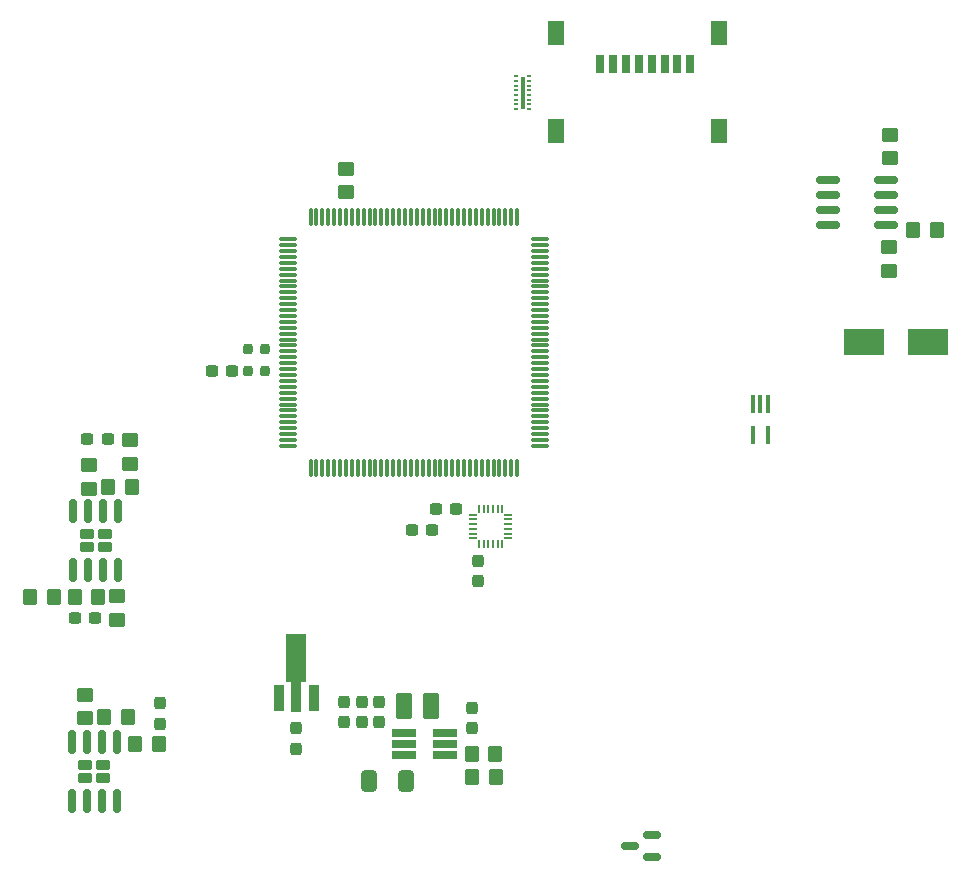
<source format=gtp>
G04 #@! TF.GenerationSoftware,KiCad,Pcbnew,(6.0.5)*
G04 #@! TF.CreationDate,2023-02-13T01:00:26-07:00*
G04 #@! TF.ProjectId,EVCU,45564355-2e6b-4696-9361-645f70636258,rev?*
G04 #@! TF.SameCoordinates,Original*
G04 #@! TF.FileFunction,Paste,Top*
G04 #@! TF.FilePolarity,Positive*
%FSLAX46Y46*%
G04 Gerber Fmt 4.6, Leading zero omitted, Abs format (unit mm)*
G04 Created by KiCad (PCBNEW (6.0.5)) date 2023-02-13 01:00:26*
%MOMM*%
%LPD*%
G01*
G04 APERTURE LIST*
G04 Aperture macros list*
%AMRoundRect*
0 Rectangle with rounded corners*
0 $1 Rounding radius*
0 $2 $3 $4 $5 $6 $7 $8 $9 X,Y pos of 4 corners*
0 Add a 4 corners polygon primitive as box body*
4,1,4,$2,$3,$4,$5,$6,$7,$8,$9,$2,$3,0*
0 Add four circle primitives for the rounded corners*
1,1,$1+$1,$2,$3*
1,1,$1+$1,$4,$5*
1,1,$1+$1,$6,$7*
1,1,$1+$1,$8,$9*
0 Add four rect primitives between the rounded corners*
20,1,$1+$1,$2,$3,$4,$5,0*
20,1,$1+$1,$4,$5,$6,$7,0*
20,1,$1+$1,$6,$7,$8,$9,0*
20,1,$1+$1,$8,$9,$2,$3,0*%
%AMFreePoly0*
4,1,14,0.266715,0.088284,0.363284,-0.008285,0.375000,-0.036569,0.375000,-0.060000,0.363284,-0.088284,0.335000,-0.100000,-0.335000,-0.100000,-0.363284,-0.088284,-0.375000,-0.060000,-0.375000,0.060000,-0.363284,0.088284,-0.335000,0.100000,0.238431,0.100000,0.266715,0.088284,0.266715,0.088284,$1*%
%AMFreePoly1*
4,1,14,0.363284,0.088284,0.375000,0.060000,0.375000,0.036569,0.363284,0.008285,0.266715,-0.088284,0.238431,-0.100000,-0.335000,-0.100000,-0.363284,-0.088284,-0.375000,-0.060000,-0.375000,0.060000,-0.363284,0.088284,-0.335000,0.100000,0.335000,0.100000,0.363284,0.088284,0.363284,0.088284,$1*%
%AMFreePoly2*
4,1,14,0.088284,0.363284,0.100000,0.335000,0.100000,-0.335000,0.088284,-0.363284,0.060000,-0.375000,-0.060000,-0.375000,-0.088284,-0.363284,-0.100000,-0.335000,-0.100000,0.238431,-0.088284,0.266715,0.008285,0.363284,0.036569,0.375000,0.060000,0.375000,0.088284,0.363284,0.088284,0.363284,$1*%
%AMFreePoly3*
4,1,14,-0.008285,0.363284,0.088284,0.266715,0.100000,0.238431,0.100000,-0.335000,0.088284,-0.363284,0.060000,-0.375000,-0.060000,-0.375000,-0.088284,-0.363284,-0.100000,-0.335000,-0.100000,0.335000,-0.088284,0.363284,-0.060000,0.375000,-0.036569,0.375000,-0.008285,0.363284,-0.008285,0.363284,$1*%
%AMFreePoly4*
4,1,14,0.363284,0.088284,0.375000,0.060000,0.375000,-0.060000,0.363284,-0.088284,0.335000,-0.100000,-0.238431,-0.100000,-0.266715,-0.088284,-0.363284,0.008285,-0.375000,0.036569,-0.375000,0.060000,-0.363284,0.088284,-0.335000,0.100000,0.335000,0.100000,0.363284,0.088284,0.363284,0.088284,$1*%
%AMFreePoly5*
4,1,14,0.363284,0.088284,0.375000,0.060000,0.375000,-0.060000,0.363284,-0.088284,0.335000,-0.100000,-0.335000,-0.100000,-0.363284,-0.088284,-0.375000,-0.060000,-0.375000,-0.036569,-0.363284,-0.008285,-0.266715,0.088284,-0.238431,0.100000,0.335000,0.100000,0.363284,0.088284,0.363284,0.088284,$1*%
%AMFreePoly6*
4,1,14,0.088284,0.363284,0.100000,0.335000,0.100000,-0.238431,0.088284,-0.266715,-0.008285,-0.363284,-0.036569,-0.375000,-0.060000,-0.375000,-0.088284,-0.363284,-0.100000,-0.335000,-0.100000,0.335000,-0.088284,0.363284,-0.060000,0.375000,0.060000,0.375000,0.088284,0.363284,0.088284,0.363284,$1*%
%AMFreePoly7*
4,1,14,0.088284,0.363284,0.100000,0.335000,0.100000,-0.335000,0.088284,-0.363284,0.060000,-0.375000,0.036569,-0.375000,0.008285,-0.363284,-0.088284,-0.266715,-0.100000,-0.238431,-0.100000,0.335000,-0.088284,0.363284,-0.060000,0.375000,0.060000,0.375000,0.088284,0.363284,0.088284,0.363284,$1*%
%AMFreePoly8*
4,1,9,5.362500,-0.866500,1.237500,-0.866500,1.237500,-0.450000,-1.237500,-0.450000,-1.237500,0.450000,1.237500,0.450000,1.237500,0.866500,5.362500,0.866500,5.362500,-0.866500,5.362500,-0.866500,$1*%
G04 Aperture macros list end*
%ADD10RoundRect,0.237500X0.300000X0.237500X-0.300000X0.237500X-0.300000X-0.237500X0.300000X-0.237500X0*%
%ADD11RoundRect,0.237500X0.237500X-0.300000X0.237500X0.300000X-0.237500X0.300000X-0.237500X-0.300000X0*%
%ADD12R,0.400000X1.500000*%
%ADD13FreePoly0,270.000000*%
%ADD14RoundRect,0.050000X-0.050000X0.325000X-0.050000X-0.325000X0.050000X-0.325000X0.050000X0.325000X0*%
%ADD15FreePoly1,270.000000*%
%ADD16FreePoly2,270.000000*%
%ADD17RoundRect,0.050000X-0.325000X0.050000X-0.325000X-0.050000X0.325000X-0.050000X0.325000X0.050000X0*%
%ADD18FreePoly3,270.000000*%
%ADD19FreePoly4,270.000000*%
%ADD20FreePoly5,270.000000*%
%ADD21FreePoly6,270.000000*%
%ADD22FreePoly7,270.000000*%
%ADD23RoundRect,0.250001X0.462499X0.849999X-0.462499X0.849999X-0.462499X-0.849999X0.462499X-0.849999X0*%
%ADD24RoundRect,0.237500X-0.237500X0.300000X-0.237500X-0.300000X0.237500X-0.300000X0.237500X0.300000X0*%
%ADD25R,0.900000X2.300000*%
%ADD26FreePoly8,90.000000*%
%ADD27RoundRect,0.250000X0.450000X-0.350000X0.450000X0.350000X-0.450000X0.350000X-0.450000X-0.350000X0*%
%ADD28RoundRect,0.250000X0.350000X0.450000X-0.350000X0.450000X-0.350000X-0.450000X0.350000X-0.450000X0*%
%ADD29RoundRect,0.250000X0.412500X0.650000X-0.412500X0.650000X-0.412500X-0.650000X0.412500X-0.650000X0*%
%ADD30R,2.000000X0.650000*%
%ADD31RoundRect,0.230000X-0.375000X0.230000X-0.375000X-0.230000X0.375000X-0.230000X0.375000X0.230000X0*%
%ADD32RoundRect,0.150000X-0.150000X0.825000X-0.150000X-0.825000X0.150000X-0.825000X0.150000X0.825000X0*%
%ADD33RoundRect,0.250000X-0.450000X0.350000X-0.450000X-0.350000X0.450000X-0.350000X0.450000X0.350000X0*%
%ADD34RoundRect,0.075000X-0.662500X-0.075000X0.662500X-0.075000X0.662500X0.075000X-0.662500X0.075000X0*%
%ADD35RoundRect,0.075000X-0.075000X-0.662500X0.075000X-0.662500X0.075000X0.662500X-0.075000X0.662500X0*%
%ADD36RoundRect,0.150000X0.587500X0.150000X-0.587500X0.150000X-0.587500X-0.150000X0.587500X-0.150000X0*%
%ADD37R,3.500000X2.300000*%
%ADD38RoundRect,0.150000X-0.825000X-0.150000X0.825000X-0.150000X0.825000X0.150000X-0.825000X0.150000X0*%
%ADD39R,0.800000X1.500000*%
%ADD40R,1.450000X2.000000*%
%ADD41RoundRect,0.200000X0.200000X0.250000X-0.200000X0.250000X-0.200000X-0.250000X0.200000X-0.250000X0*%
%ADD42RoundRect,0.250000X-0.350000X-0.450000X0.350000X-0.450000X0.350000X0.450000X-0.350000X0.450000X0*%
%ADD43R,0.450000X0.200000*%
%ADD44R,0.300000X2.800000*%
G04 APERTURE END LIST*
D10*
X31282300Y-67132200D03*
X29557300Y-67132200D03*
D11*
X62084000Y-91620500D03*
X62084000Y-89895500D03*
D12*
X87187800Y-64151200D03*
X86537800Y-64151200D03*
X85887800Y-64151200D03*
X85887800Y-66811200D03*
X87187800Y-66811200D03*
D13*
X64703200Y-73023600D03*
D14*
X64303200Y-73023600D03*
X63903200Y-73023600D03*
X63503200Y-73023600D03*
X63103200Y-73023600D03*
D15*
X62703200Y-73023600D03*
D16*
X62203200Y-73523600D03*
D17*
X62203200Y-73923600D03*
X62203200Y-74323600D03*
X62203200Y-74723600D03*
X62203200Y-75123600D03*
D18*
X62203200Y-75523600D03*
D19*
X62703200Y-76023600D03*
D14*
X63103200Y-76023600D03*
X63503200Y-76023600D03*
X63903200Y-76023600D03*
X64303200Y-76023600D03*
D20*
X64703200Y-76023600D03*
D21*
X65203200Y-75523600D03*
D17*
X65203200Y-75123600D03*
X65203200Y-74723600D03*
X65203200Y-74323600D03*
X65203200Y-73923600D03*
D22*
X65203200Y-73523600D03*
D23*
X58674500Y-89742000D03*
X56349500Y-89742000D03*
D24*
X62611000Y-77445700D03*
X62611000Y-79170700D03*
D25*
X45744000Y-89018000D03*
D26*
X47244000Y-88930500D03*
D25*
X48744000Y-89018000D03*
D24*
X47221808Y-91615556D03*
X47221808Y-93340556D03*
D27*
X29708600Y-71332600D03*
X29708600Y-69332600D03*
D28*
X33299400Y-71170800D03*
X31299400Y-71170800D03*
X64100000Y-93823256D03*
X62100000Y-93823256D03*
D29*
X56534500Y-96092000D03*
X53409500Y-96092000D03*
D28*
X30480000Y-80518000D03*
X28480000Y-80518000D03*
D27*
X97500400Y-43358700D03*
X97500400Y-41358700D03*
D30*
X56388000Y-92014000D03*
X56388000Y-92964000D03*
X56388000Y-93914000D03*
X59808000Y-93914000D03*
X59808000Y-92964000D03*
X59808000Y-92014000D03*
D31*
X31017400Y-76287400D03*
X29517400Y-75147400D03*
X29517400Y-76287400D03*
X31017400Y-75147400D03*
D32*
X32172400Y-73242400D03*
X30902400Y-73242400D03*
X29632400Y-73242400D03*
X28362400Y-73242400D03*
X28362400Y-78192400D03*
X29632400Y-78192400D03*
X30902400Y-78192400D03*
X32172400Y-78192400D03*
D33*
X97449600Y-50883700D03*
X97449600Y-52883700D03*
D31*
X29390400Y-95845400D03*
X29390400Y-94705400D03*
X30890400Y-94705400D03*
X30890400Y-95845400D03*
D32*
X32045400Y-92800400D03*
X30775400Y-92800400D03*
X29505400Y-92800400D03*
X28235400Y-92800400D03*
X28235400Y-97750400D03*
X29505400Y-97750400D03*
X30775400Y-97750400D03*
X32045400Y-97750400D03*
D34*
X46538300Y-50203400D03*
X46538300Y-50703400D03*
X46538300Y-51203400D03*
X46538300Y-51703400D03*
X46538300Y-52203400D03*
X46538300Y-52703400D03*
X46538300Y-53203400D03*
X46538300Y-53703400D03*
X46538300Y-54203400D03*
X46538300Y-54703400D03*
X46538300Y-55203400D03*
X46538300Y-55703400D03*
X46538300Y-56203400D03*
X46538300Y-56703400D03*
X46538300Y-57203400D03*
X46538300Y-57703400D03*
X46538300Y-58203400D03*
X46538300Y-58703400D03*
X46538300Y-59203400D03*
X46538300Y-59703400D03*
X46538300Y-60203400D03*
X46538300Y-60703400D03*
X46538300Y-61203400D03*
X46538300Y-61703400D03*
X46538300Y-62203400D03*
X46538300Y-62703400D03*
X46538300Y-63203400D03*
X46538300Y-63703400D03*
X46538300Y-64203400D03*
X46538300Y-64703400D03*
X46538300Y-65203400D03*
X46538300Y-65703400D03*
X46538300Y-66203400D03*
X46538300Y-66703400D03*
X46538300Y-67203400D03*
X46538300Y-67703400D03*
D35*
X48450800Y-69615900D03*
X48950800Y-69615900D03*
X49450800Y-69615900D03*
X49950800Y-69615900D03*
X50450800Y-69615900D03*
X50950800Y-69615900D03*
X51450800Y-69615900D03*
X51950800Y-69615900D03*
X52450800Y-69615900D03*
X52950800Y-69615900D03*
X53450800Y-69615900D03*
X53950800Y-69615900D03*
X54450800Y-69615900D03*
X54950800Y-69615900D03*
X55450800Y-69615900D03*
X55950800Y-69615900D03*
X56450800Y-69615900D03*
X56950800Y-69615900D03*
X57450800Y-69615900D03*
X57950800Y-69615900D03*
X58450800Y-69615900D03*
X58950800Y-69615900D03*
X59450800Y-69615900D03*
X59950800Y-69615900D03*
X60450800Y-69615900D03*
X60950800Y-69615900D03*
X61450800Y-69615900D03*
X61950800Y-69615900D03*
X62450800Y-69615900D03*
X62950800Y-69615900D03*
X63450800Y-69615900D03*
X63950800Y-69615900D03*
X64450800Y-69615900D03*
X64950800Y-69615900D03*
X65450800Y-69615900D03*
X65950800Y-69615900D03*
D34*
X67863300Y-67703400D03*
X67863300Y-67203400D03*
X67863300Y-66703400D03*
X67863300Y-66203400D03*
X67863300Y-65703400D03*
X67863300Y-65203400D03*
X67863300Y-64703400D03*
X67863300Y-64203400D03*
X67863300Y-63703400D03*
X67863300Y-63203400D03*
X67863300Y-62703400D03*
X67863300Y-62203400D03*
X67863300Y-61703400D03*
X67863300Y-61203400D03*
X67863300Y-60703400D03*
X67863300Y-60203400D03*
X67863300Y-59703400D03*
X67863300Y-59203400D03*
X67863300Y-58703400D03*
X67863300Y-58203400D03*
X67863300Y-57703400D03*
X67863300Y-57203400D03*
X67863300Y-56703400D03*
X67863300Y-56203400D03*
X67863300Y-55703400D03*
X67863300Y-55203400D03*
X67863300Y-54703400D03*
X67863300Y-54203400D03*
X67863300Y-53703400D03*
X67863300Y-53203400D03*
X67863300Y-52703400D03*
X67863300Y-52203400D03*
X67863300Y-51703400D03*
X67863300Y-51203400D03*
X67863300Y-50703400D03*
X67863300Y-50203400D03*
D35*
X65950800Y-48290900D03*
X65450800Y-48290900D03*
X64950800Y-48290900D03*
X64450800Y-48290900D03*
X63950800Y-48290900D03*
X63450800Y-48290900D03*
X62950800Y-48290900D03*
X62450800Y-48290900D03*
X61950800Y-48290900D03*
X61450800Y-48290900D03*
X60950800Y-48290900D03*
X60450800Y-48290900D03*
X59950800Y-48290900D03*
X59450800Y-48290900D03*
X58950800Y-48290900D03*
X58450800Y-48290900D03*
X57950800Y-48290900D03*
X57450800Y-48290900D03*
X56950800Y-48290900D03*
X56450800Y-48290900D03*
X55950800Y-48290900D03*
X55450800Y-48290900D03*
X54950800Y-48290900D03*
X54450800Y-48290900D03*
X53950800Y-48290900D03*
X53450800Y-48290900D03*
X52950800Y-48290900D03*
X52450800Y-48290900D03*
X51950800Y-48290900D03*
X51450800Y-48290900D03*
X50950800Y-48290900D03*
X50450800Y-48290900D03*
X49950800Y-48290900D03*
X49450800Y-48290900D03*
X48950800Y-48290900D03*
X48450800Y-48290900D03*
D36*
X77391500Y-102550000D03*
X77391500Y-100650000D03*
X75516500Y-101600000D03*
D28*
X32969200Y-90652600D03*
X30969200Y-90652600D03*
D10*
X60806500Y-73075800D03*
X59081500Y-73075800D03*
D33*
X33163000Y-67224400D03*
X33163000Y-69224400D03*
D28*
X26720800Y-80518000D03*
X24720800Y-80518000D03*
D24*
X51285808Y-89380356D03*
X51285808Y-91105356D03*
X52842008Y-89387500D03*
X52842008Y-91112500D03*
D37*
X95344000Y-58928000D03*
X100744000Y-58928000D03*
D38*
X92256800Y-45203500D03*
X92256800Y-46473500D03*
X92256800Y-47743500D03*
X92256800Y-49013500D03*
X97206800Y-49013500D03*
X97206800Y-47743500D03*
X97206800Y-46473500D03*
X97206800Y-45203500D03*
D27*
X29327600Y-90763600D03*
X29327600Y-88763600D03*
D39*
X72922200Y-35331400D03*
X74022200Y-35331400D03*
X75122200Y-35331400D03*
X76222200Y-35331400D03*
X77322200Y-35331400D03*
X78422200Y-35331400D03*
X79522200Y-35331400D03*
X80622200Y-35331400D03*
D40*
X82997200Y-32731400D03*
X69247200Y-32731400D03*
X69247200Y-41031400D03*
X82997200Y-41031400D03*
D27*
X32045400Y-82407000D03*
X32045400Y-80407000D03*
D10*
X58749100Y-74828400D03*
X57024100Y-74828400D03*
D11*
X35677600Y-91210300D03*
X35677600Y-89485300D03*
D27*
X51460400Y-46237400D03*
X51460400Y-44237400D03*
D41*
X44616200Y-61377000D03*
X44616200Y-59527000D03*
X43166200Y-59527000D03*
X43166200Y-61377000D03*
D10*
X30240900Y-82296000D03*
X28515900Y-82296000D03*
D28*
X35610800Y-92938600D03*
X33610800Y-92938600D03*
D10*
X41807300Y-61391800D03*
X40082300Y-61391800D03*
D42*
X62122208Y-95703856D03*
X64122208Y-95703856D03*
D43*
X65825200Y-36394400D03*
X65825200Y-36794400D03*
X65825200Y-37194400D03*
X65825200Y-37594400D03*
X65825200Y-37994400D03*
X65825200Y-38394400D03*
X65825200Y-38794400D03*
X65825200Y-39194400D03*
X66976200Y-39194400D03*
X66976200Y-38794400D03*
X66976200Y-38394400D03*
X66976200Y-37994400D03*
X66976200Y-37594400D03*
X66976200Y-37194400D03*
X66976200Y-36794400D03*
X66976200Y-36394400D03*
D44*
X66400200Y-37794400D03*
D24*
X54210000Y-89387500D03*
X54210000Y-91112500D03*
D28*
X101497600Y-49419900D03*
X99497600Y-49419900D03*
M02*

</source>
